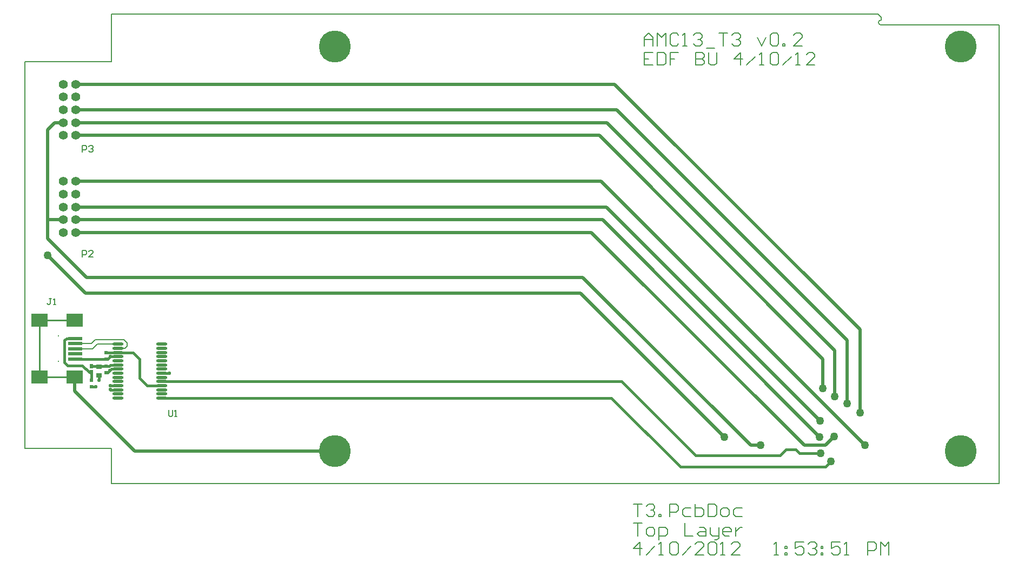
<source format=gtl>
%FSLAX44Y44*%
%MOMM*%
G71*
G01*
G75*
G04 Layer_Physical_Order=1*
G04 Layer_Color=255*
%ADD10O,1.8000X0.4500*%
%ADD11R,0.5000X0.6000*%
%ADD12R,0.9000X0.8000*%
%ADD13R,0.6000X0.7000*%
%ADD14R,2.3000X0.5000*%
%ADD15R,2.5000X2.0000*%
%ADD16C,0.3810*%
%ADD17C,0.5080*%
%ADD18C,0.2540*%
%ADD19C,0.1270*%
%ADD20C,0.1524*%
%ADD21C,1.3970*%
%ADD22C,0.1270*%
%ADD23C,5.0000*%
%ADD24C,0.2000*%
%ADD25C,1.2700*%
%ADD26C,0.5588*%
D10*
X146000Y218250D02*
D03*
Y211750D02*
D03*
Y205250D02*
D03*
Y198750D02*
D03*
Y192250D02*
D03*
Y185750D02*
D03*
Y179250D02*
D03*
Y172750D02*
D03*
Y166250D02*
D03*
Y159750D02*
D03*
Y153250D02*
D03*
Y146750D02*
D03*
Y140250D02*
D03*
Y133750D02*
D03*
X214000Y218250D02*
D03*
Y211750D02*
D03*
Y205250D02*
D03*
Y198750D02*
D03*
Y192250D02*
D03*
Y185750D02*
D03*
Y179250D02*
D03*
Y172750D02*
D03*
Y166250D02*
D03*
Y159750D02*
D03*
Y153250D02*
D03*
Y146750D02*
D03*
Y140250D02*
D03*
Y133750D02*
D03*
D11*
X127000Y174000D02*
D03*
Y184000D02*
D03*
X104000Y152000D02*
D03*
Y162000D02*
D03*
X127000Y195000D02*
D03*
Y205000D02*
D03*
D12*
X116000Y169000D02*
D03*
Y183000D02*
D03*
D13*
X104000Y183500D02*
D03*
Y174500D02*
D03*
D14*
X79000Y227000D02*
D03*
Y219000D02*
D03*
Y211000D02*
D03*
Y203000D02*
D03*
Y195000D02*
D03*
D15*
X78000Y166500D02*
D03*
X23000D02*
D03*
Y255500D02*
D03*
X78000D02*
D03*
D16*
X65000Y227000D02*
X79000D01*
X62000Y224000D02*
X65000Y227000D01*
X62000Y190000D02*
Y224000D01*
Y190000D02*
X67000Y185000D01*
X90000D01*
X191750Y153250D02*
X214000D01*
X180000Y165000D02*
X191750Y153250D01*
X180000Y165000D02*
Y195000D01*
X169750Y205250D02*
X180000Y195000D01*
X146000Y205250D02*
X169750D01*
X133750Y198750D02*
X146000D01*
X130000Y195000D02*
X133750Y198750D01*
X124000Y195000D02*
X130000D01*
X79000D02*
X124000D01*
X90000Y185000D02*
X100500Y174500D01*
X104000D01*
X126500Y183500D02*
X127000Y184000D01*
X132000D01*
X133750Y185750D01*
X146000D01*
X104000Y183500D02*
X126500D01*
X127250Y205250D02*
X146000D01*
X127000Y205000D02*
X127250Y205250D01*
X214000Y159750D02*
X934250D01*
X214000Y133750D02*
X918250D01*
X1182000Y44000D02*
X1191000Y53000D01*
X934250Y159750D02*
X1050000Y44000D01*
X1182000D01*
X1253000Y26000D02*
X1262000Y35000D01*
X918250Y133750D02*
X1026000Y26000D01*
X1253000D01*
X104000Y162000D02*
Y174500D01*
Y162000D02*
X104000Y162000D01*
X135250Y179250D02*
X146000D01*
X133000Y177000D02*
X135250Y179250D01*
X127000Y174000D02*
X130000D01*
X133000Y177000D01*
X116000Y162000D02*
Y169000D01*
Y162000D02*
X116000Y162000D01*
X104000Y152000D02*
X111000D01*
X104000Y152000D02*
X104000Y152000D01*
X134250Y153250D02*
X146000D01*
X134000Y153000D02*
X134250Y153250D01*
Y146750D02*
X146000D01*
X134000Y147000D02*
X134250Y146750D01*
X214250Y173000D02*
X226000D01*
X214000Y172750D02*
X214250Y173000D01*
X1191000Y53000D02*
X1207000D01*
X1212550Y47450D01*
X1245550D01*
D17*
X36000Y413000D02*
X60000D01*
X36000D02*
Y554000D01*
Y384000D02*
Y413000D01*
X47000Y565000D02*
X60000D01*
X36000Y554000D02*
X47000Y565000D01*
X80000Y585000D02*
X926000D01*
X1287000Y224000D01*
X80000Y565000D02*
X911000D01*
X1267650Y208350D01*
X80000Y545000D02*
X899000D01*
X1249000Y195000D01*
X80000Y625000D02*
X923000D01*
X1307050Y240950D01*
X171750Y51250D02*
X485000D01*
X78000Y145000D02*
X171750Y51250D01*
X78000Y145000D02*
Y166500D01*
X1248950Y149050D02*
X1249000Y149000D01*
X1267650Y136350D02*
Y208350D01*
X1287000Y125000D02*
Y224000D01*
X1307050Y110950D02*
Y240950D01*
X80000Y473000D02*
X902000D01*
X1315000Y60000D01*
X910000Y433000D02*
X1244750Y98250D01*
X80000Y433000D02*
X910000D01*
X80000Y413000D02*
X904000D01*
X1244000Y73000D01*
X36000Y384000D02*
X97000Y323000D01*
X873000D01*
X1136000Y60000D01*
X1152000D01*
X870000Y298000D02*
X1095150Y72850D01*
X95000Y298000D02*
X870000D01*
X36000Y357000D02*
X95000Y298000D01*
X1253000Y60000D02*
X1267000Y74000D01*
X80000Y393000D02*
X887000D01*
X1220000Y60000D01*
X1253000D01*
X1249000Y149000D02*
Y195000D01*
D18*
X23000Y255500D02*
X78000D01*
X23000Y166500D02*
Y255500D01*
Y166500D02*
X78000D01*
D19*
X113250Y218250D02*
X146000D01*
X106000Y211000D02*
X113250Y218250D01*
X79000Y211000D02*
X106000D01*
X79000Y219000D02*
X104000D01*
X110000Y225000D01*
X155000D01*
X160000Y220000D01*
Y215000D02*
Y220000D01*
X156750Y211750D02*
X160000Y215000D01*
X146000Y211750D02*
X156750D01*
X1340000Y725500D02*
G03*
X1340000Y718000I0J-3750D01*
G01*
X1525000Y0D02*
Y718000D01*
X136000Y735000D02*
X1335000D01*
X1340000Y730000D01*
Y725500D02*
Y730000D01*
Y718000D02*
X1525000D01*
X136000Y0D02*
Y55000D01*
X0D02*
X136000D01*
X0D02*
Y660500D01*
X136000D02*
Y735000D01*
X0Y660500D02*
X136000D01*
D20*
X970000Y685000D02*
Y698329D01*
X976665Y704994D01*
X983329Y698329D01*
Y685000D01*
Y694997D01*
X970000D01*
X989994Y685000D02*
Y704994D01*
X996658Y698329D01*
X1003323Y704994D01*
Y685000D01*
X1023316Y701661D02*
X1019984Y704994D01*
X1013319D01*
X1009987Y701661D01*
Y688332D01*
X1013319Y685000D01*
X1019984D01*
X1023316Y688332D01*
X1029981Y685000D02*
X1036645D01*
X1033313D01*
Y704994D01*
X1029981Y701661D01*
X1046642D02*
X1049974Y704994D01*
X1056639D01*
X1059971Y701661D01*
Y698329D01*
X1056639Y694997D01*
X1053307D01*
X1056639D01*
X1059971Y691665D01*
Y688332D01*
X1056639Y685000D01*
X1049974D01*
X1046642Y688332D01*
X1066636Y681668D02*
X1079965D01*
X1086629Y704994D02*
X1099958D01*
X1093294D01*
Y685000D01*
X1106623Y701661D02*
X1109955Y704994D01*
X1116619D01*
X1119952Y701661D01*
Y698329D01*
X1116619Y694997D01*
X1113287D01*
X1116619D01*
X1119952Y691665D01*
Y688332D01*
X1116619Y685000D01*
X1109955D01*
X1106623Y688332D01*
X1146610Y698329D02*
X1153274Y685000D01*
X1159939Y698329D01*
X1166603Y701661D02*
X1169936Y704994D01*
X1176600D01*
X1179932Y701661D01*
Y688332D01*
X1176600Y685000D01*
X1169936D01*
X1166603Y688332D01*
Y701661D01*
X1186597Y685000D02*
Y688332D01*
X1189929D01*
Y685000D01*
X1186597D01*
X1216587D02*
X1203258D01*
X1216587Y698329D01*
Y701661D01*
X1213255Y704994D01*
X1206590D01*
X1203258Y701661D01*
X983329Y674994D02*
X970000D01*
Y655000D01*
X983329D01*
X970000Y664997D02*
X976665D01*
X989994Y674994D02*
Y655000D01*
X999990D01*
X1003323Y658332D01*
Y671661D01*
X999990Y674994D01*
X989994D01*
X1023316D02*
X1009987D01*
Y664997D01*
X1016652D01*
X1009987D01*
Y655000D01*
X1049974Y674994D02*
Y655000D01*
X1059971D01*
X1063303Y658332D01*
Y661665D01*
X1059971Y664997D01*
X1049974D01*
X1059971D01*
X1063303Y668329D01*
Y671661D01*
X1059971Y674994D01*
X1049974D01*
X1069968D02*
Y658332D01*
X1073300Y655000D01*
X1079965D01*
X1083297Y658332D01*
Y674994D01*
X1119952Y655000D02*
Y674994D01*
X1109955Y664997D01*
X1123284D01*
X1129949Y655000D02*
X1143278Y668329D01*
X1149942Y655000D02*
X1156607D01*
X1153274D01*
Y674994D01*
X1149942Y671661D01*
X1166603D02*
X1169936Y674994D01*
X1176600D01*
X1179932Y671661D01*
Y658332D01*
X1176600Y655000D01*
X1169936D01*
X1166603Y658332D01*
Y671661D01*
X1186597Y655000D02*
X1199926Y668329D01*
X1206590Y655000D02*
X1213255D01*
X1209923D01*
Y674994D01*
X1206590Y671661D01*
X1236581Y655000D02*
X1223252D01*
X1236581Y668329D01*
Y671661D01*
X1233249Y674994D01*
X1226584D01*
X1223252Y671661D01*
X952750Y-61756D02*
X966079D01*
X959415D01*
Y-81750D01*
X976076D02*
X982740D01*
X986073Y-78418D01*
Y-71753D01*
X982740Y-68421D01*
X976076D01*
X972744Y-71753D01*
Y-78418D01*
X976076Y-81750D01*
X992737Y-88414D02*
Y-68421D01*
X1002734D01*
X1006066Y-71753D01*
Y-78418D01*
X1002734Y-81750D01*
X992737D01*
X1032724Y-61756D02*
Y-81750D01*
X1046053D01*
X1056050Y-68421D02*
X1062715D01*
X1066047Y-71753D01*
Y-81750D01*
X1056050D01*
X1052718Y-78418D01*
X1056050Y-75086D01*
X1066047D01*
X1072711Y-68421D02*
Y-78418D01*
X1076044Y-81750D01*
X1086040D01*
Y-85082D01*
X1082708Y-88414D01*
X1079376D01*
X1086040Y-81750D02*
Y-68421D01*
X1102702Y-81750D02*
X1096037D01*
X1092705Y-78418D01*
Y-71753D01*
X1096037Y-68421D01*
X1102702D01*
X1106034Y-71753D01*
Y-75086D01*
X1092705D01*
X1112699Y-68421D02*
Y-81750D01*
Y-75086D01*
X1116031Y-71753D01*
X1119363Y-68421D01*
X1122695D01*
X225000Y114997D02*
Y106666D01*
X226666Y105000D01*
X229998D01*
X231665Y106666D01*
Y114997D01*
X234997Y105000D02*
X238329D01*
X236663D01*
Y114997D01*
X234997Y113331D01*
X41665Y289997D02*
X38332D01*
X39998D01*
Y281666D01*
X38332Y280000D01*
X36666D01*
X35000Y281666D01*
X44997Y280000D02*
X48329D01*
X46663D01*
Y289997D01*
X44997Y288331D01*
X90000Y355000D02*
Y364997D01*
X94998D01*
X96664Y363331D01*
Y359998D01*
X94998Y358332D01*
X90000D01*
X106661Y355000D02*
X99997D01*
X106661Y361665D01*
Y363331D01*
X104995Y364997D01*
X101663D01*
X99997Y363331D01*
X90000Y519000D02*
Y528997D01*
X94998D01*
X96664Y527331D01*
Y523998D01*
X94998Y522332D01*
X90000D01*
X99997Y527331D02*
X101663Y528997D01*
X104995D01*
X106661Y527331D01*
Y525664D01*
X104995Y523998D01*
X103329D01*
X104995D01*
X106661Y522332D01*
Y520666D01*
X104995Y519000D01*
X101663D01*
X99997Y520666D01*
X136000Y0D02*
X1525000D01*
X1172750Y-111750D02*
X1179415D01*
X1176082D01*
Y-91756D01*
X1172750Y-95089D01*
X1189411Y-98421D02*
X1192744D01*
Y-101753D01*
X1189411D01*
Y-98421D01*
Y-108418D02*
X1192744D01*
Y-111750D01*
X1189411D01*
Y-108418D01*
X1219402Y-91756D02*
X1206072D01*
Y-101753D01*
X1212737Y-98421D01*
X1216069D01*
X1219402Y-101753D01*
Y-108418D01*
X1216069Y-111750D01*
X1209405D01*
X1206072Y-108418D01*
X1226066Y-95089D02*
X1229398Y-91756D01*
X1236063D01*
X1239395Y-95089D01*
Y-98421D01*
X1236063Y-101753D01*
X1232731D01*
X1236063D01*
X1239395Y-105085D01*
Y-108418D01*
X1236063Y-111750D01*
X1229398D01*
X1226066Y-108418D01*
X1246060Y-98421D02*
X1249392D01*
Y-101753D01*
X1246060D01*
Y-98421D01*
Y-108418D02*
X1249392D01*
Y-111750D01*
X1246060D01*
Y-108418D01*
X1276050Y-91756D02*
X1262721D01*
Y-101753D01*
X1269385Y-98421D01*
X1272718D01*
X1276050Y-101753D01*
Y-108418D01*
X1272718Y-111750D01*
X1266053D01*
X1262721Y-108418D01*
X1282715Y-111750D02*
X1289379D01*
X1286047D01*
Y-91756D01*
X1282715Y-95089D01*
X1319369Y-111750D02*
Y-91756D01*
X1329366D01*
X1332698Y-95089D01*
Y-101753D01*
X1329366Y-105085D01*
X1319369D01*
X1339363Y-111750D02*
Y-91756D01*
X1346027Y-98421D01*
X1352692Y-91756D01*
Y-111750D01*
X962747D02*
Y-91756D01*
X952750Y-101753D01*
X966079D01*
X972744Y-111750D02*
X986073Y-98421D01*
X992737Y-111750D02*
X999402D01*
X996069D01*
Y-91756D01*
X992737Y-95089D01*
X1009398D02*
X1012731Y-91756D01*
X1019395D01*
X1022727Y-95089D01*
Y-108418D01*
X1019395Y-111750D01*
X1012731D01*
X1009398Y-108418D01*
Y-95089D01*
X1029392Y-111750D02*
X1042721Y-98421D01*
X1062714Y-111750D02*
X1049386D01*
X1062714Y-98421D01*
Y-95089D01*
X1059382Y-91756D01*
X1052718D01*
X1049386Y-95089D01*
X1069379D02*
X1072711Y-91756D01*
X1079376D01*
X1082708Y-95089D01*
Y-108418D01*
X1079376Y-111750D01*
X1072711D01*
X1069379Y-108418D01*
Y-95089D01*
X1089373Y-111750D02*
X1096037D01*
X1092705D01*
Y-91756D01*
X1089373Y-95089D01*
X1119363Y-111750D02*
X1106034D01*
X1119363Y-98421D01*
Y-95089D01*
X1116031Y-91756D01*
X1109366D01*
X1106034Y-95089D01*
X952750Y-31756D02*
X966079D01*
X959415D01*
Y-51750D01*
X972744Y-35089D02*
X976076Y-31756D01*
X982740D01*
X986073Y-35089D01*
Y-38421D01*
X982740Y-41753D01*
X979408D01*
X982740D01*
X986073Y-45086D01*
Y-48418D01*
X982740Y-51750D01*
X976076D01*
X972744Y-48418D01*
X992737Y-51750D02*
Y-48418D01*
X996069D01*
Y-51750D01*
X992737D01*
X1009398D02*
Y-31756D01*
X1019395D01*
X1022727Y-35089D01*
Y-41753D01*
X1019395Y-45086D01*
X1009398D01*
X1042721Y-38421D02*
X1032724D01*
X1029392Y-41753D01*
Y-48418D01*
X1032724Y-51750D01*
X1042721D01*
X1049386Y-31756D02*
Y-51750D01*
X1059382D01*
X1062714Y-48418D01*
Y-45086D01*
Y-41753D01*
X1059382Y-38421D01*
X1049386D01*
X1069379Y-31756D02*
Y-51750D01*
X1079376D01*
X1082708Y-48418D01*
Y-35089D01*
X1079376Y-31756D01*
X1069379D01*
X1092705Y-51750D02*
X1099369D01*
X1102702Y-48418D01*
Y-41753D01*
X1099369Y-38421D01*
X1092705D01*
X1089373Y-41753D01*
Y-48418D01*
X1092705Y-51750D01*
X1122695Y-38421D02*
X1112698D01*
X1109366Y-41753D01*
Y-48418D01*
X1112698Y-51750D01*
X1122695D01*
D21*
X60000Y625000D02*
D03*
X80000D02*
D03*
X60000Y605000D02*
D03*
X80000D02*
D03*
X60000Y585000D02*
D03*
X80000D02*
D03*
X60000Y565000D02*
D03*
X80000D02*
D03*
X60000Y545000D02*
D03*
X80000D02*
D03*
Y393000D02*
D03*
X60000D02*
D03*
X80000Y413000D02*
D03*
X60000D02*
D03*
X80000Y433000D02*
D03*
X60000D02*
D03*
X80000Y453000D02*
D03*
X60000D02*
D03*
X80000Y473000D02*
D03*
X60000D02*
D03*
D22*
X1198680Y41100D02*
D03*
Y193500D02*
D03*
D23*
X485000Y51250D02*
D03*
Y683750D02*
D03*
X1465000D02*
D03*
Y51250D02*
D03*
D24*
X53000Y231000D02*
D03*
Y191000D02*
D03*
D25*
X1248950Y149050D02*
D03*
X1267650Y136350D02*
D03*
X1287000Y125000D02*
D03*
X1307050Y110950D02*
D03*
X1315000Y60000D02*
D03*
X1244750Y98250D02*
D03*
X1244000Y73000D02*
D03*
X1267000Y74000D02*
D03*
X1152000Y60000D02*
D03*
X1095150Y72850D02*
D03*
X36000Y357000D02*
D03*
X1245550Y47450D02*
D03*
X1262000Y35000D02*
D03*
D26*
X133750Y198750D02*
D03*
X133000Y177000D02*
D03*
X134000Y153000D02*
D03*
Y147000D02*
D03*
X226000Y173000D02*
D03*
X111000Y152000D02*
D03*
X116000Y162000D02*
D03*
M02*

</source>
